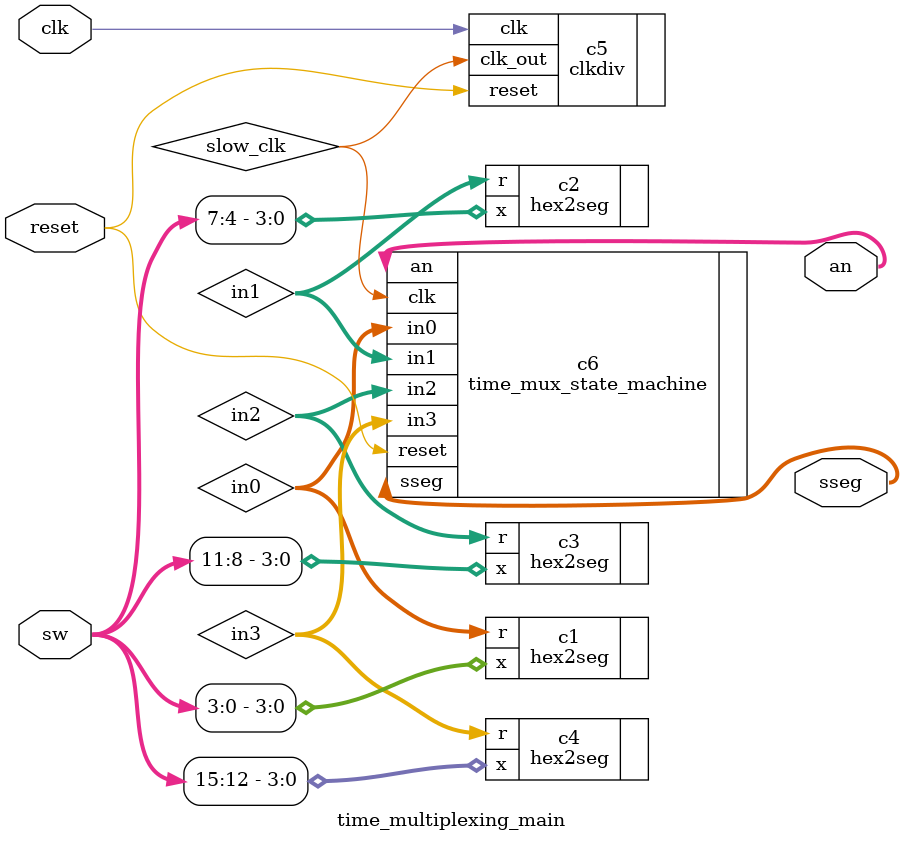
<source format=v>
`timescale 1ns / 1ps


module time_multiplexing_main(
    input clk,
    input reset,
    input [15:0] sw,
    output [3:0] an,
    output [6:0] sseg
    );
    
    wire [6:0] in0, in1, in2, in3;
    wire slow_clk;
    hex2seg c1 (.x(sw[3:0]), .r(in0));
    hex2seg c2 (.x(sw[7:4]), .r(in1));
    hex2seg c3 (.x(sw[11:8]), .r(in2));
    hex2seg c4 (.x(sw[15:12]), .r(in3));
    clkdiv c5 (.clk(clk), .reset(reset), .clk_out(slow_clk));
    
    time_mux_state_machine c6(
    .clk(slow_clk),
    .reset(reset),
    .in0(in0),
    .in1(in1),
    .in2(in2),
    .in3(in3),
    .an(an),
    .sseg(sseg)
    );
    
endmodule

</source>
